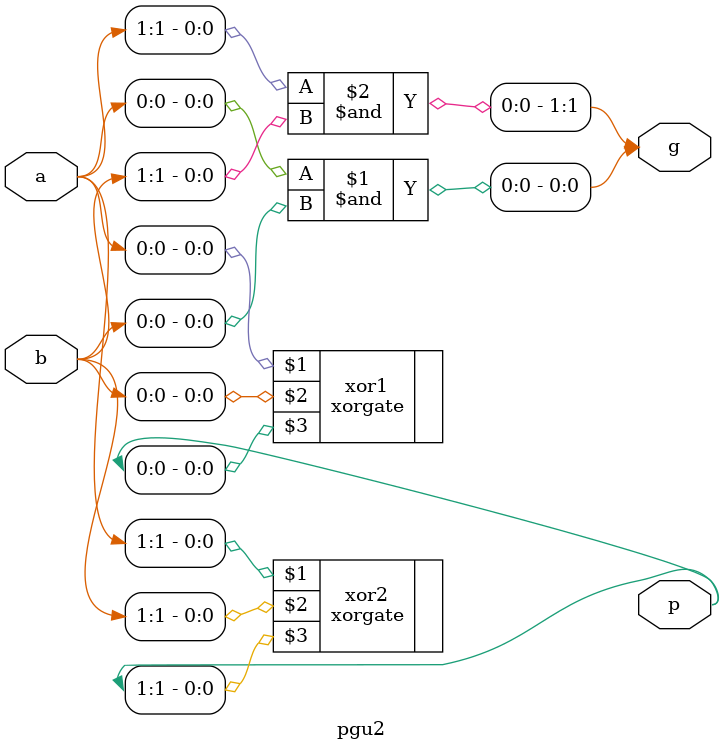
<source format=v>
module pgu2 
(
 input [1:0] a, b,
 output [1:0]  p, g
);
//wire  p,g;

xorgate xor1 (a[0], b[0], p[0]);
and a1 (g[0], a[0], b[0]);
xorgate xor2 (a[1], b[1], p[1]);
and a2 ( g[1], a[1], b[1]);
endmodule

</source>
